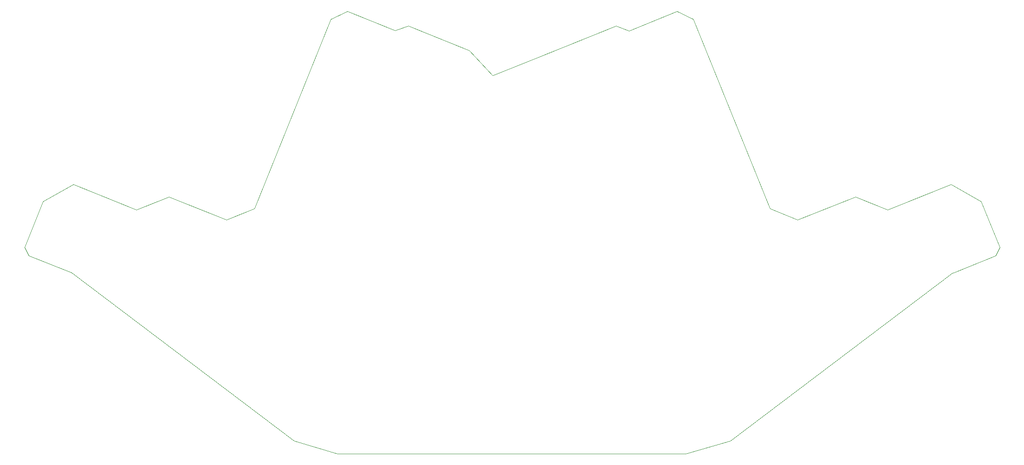
<source format=gbr>
G04 #@! TF.GenerationSoftware,KiCad,Pcbnew,(5.1.4)-1*
G04 #@! TF.CreationDate,2024-04-24T20:55:02-04:00*
G04 #@! TF.ProjectId,ThumbsUp,5468756d-6273-4557-902e-6b696361645f,rev?*
G04 #@! TF.SameCoordinates,Original*
G04 #@! TF.FileFunction,Profile,NP*
%FSLAX46Y46*%
G04 Gerber Fmt 4.6, Leading zero omitted, Abs format (unit mm)*
G04 Created by KiCad (PCBNEW (5.1.4)-1) date 2024-04-24 20:55:02*
%MOMM*%
%LPD*%
G04 APERTURE LIST*
%ADD10C,0.050000*%
G04 APERTURE END LIST*
D10*
X170409784Y-145034035D02*
X167759784Y-144044035D01*
X180124328Y-141113612D02*
X170409784Y-145034035D01*
X142730000Y-154140000D02*
X137950000Y-149020000D01*
X151649784Y-150544034D02*
X142730000Y-154140000D01*
X122950000Y-145020000D02*
X125600000Y-144030000D01*
X167759784Y-144044035D02*
X151649784Y-150544034D01*
X125600000Y-144030000D02*
X137950000Y-149020000D01*
X181958765Y-230938249D02*
X190974073Y-228297630D01*
X111258765Y-230938249D02*
X181958765Y-230938249D01*
X111258765Y-230938249D02*
X102385711Y-228283596D01*
X113235456Y-141099577D02*
X122950000Y-145020000D01*
X222937043Y-181409908D02*
X235732180Y-176240337D01*
X204652856Y-183404525D02*
X216372833Y-178777200D01*
X204652856Y-183404525D02*
X198999899Y-181158622D01*
X236277031Y-194139586D02*
X244807122Y-190693206D01*
X190974073Y-228297630D02*
X236091594Y-194214508D01*
X180124328Y-141113612D02*
X183453725Y-142680492D01*
X245655652Y-189056136D02*
X244807122Y-190693206D01*
X241872125Y-179691579D02*
X235732180Y-176240337D01*
X102385711Y-228283596D02*
X57268190Y-194200473D01*
X241872125Y-179691579D02*
X245655652Y-189056136D01*
X57082753Y-194125552D02*
X57268190Y-194200473D01*
X51487659Y-179677544D02*
X47704132Y-189042101D01*
X76986951Y-178763166D02*
X70422741Y-181395873D01*
X216372833Y-178777200D02*
X222937043Y-181409908D01*
X51487659Y-179677544D02*
X57627604Y-176226302D01*
X70422741Y-181395873D02*
X57627604Y-176226302D01*
X183453725Y-142680492D02*
X198999899Y-181158622D01*
X236277031Y-194139586D02*
X236091594Y-194214508D01*
X88706928Y-183390491D02*
X94359885Y-181144587D01*
X109906059Y-142666457D02*
X94359885Y-181144587D01*
X88706928Y-183390491D02*
X76986951Y-178763166D01*
X47704132Y-189042101D02*
X48552662Y-190679171D01*
X113235456Y-141099577D02*
X109906059Y-142666457D01*
X57082753Y-194125552D02*
X48552662Y-190679171D01*
M02*

</source>
